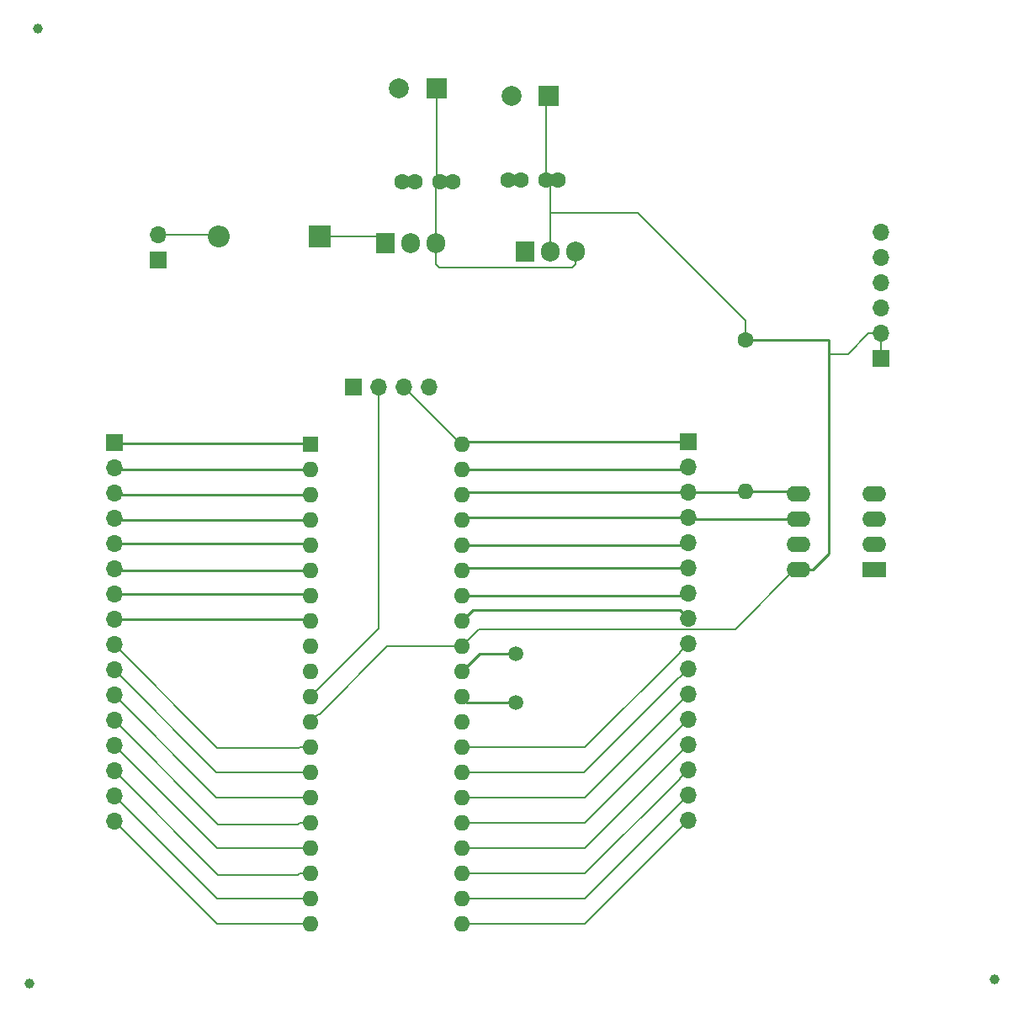
<source format=gbr>
G04 #@! TF.GenerationSoftware,KiCad,Pcbnew,(5.0.0-rc2-dev-444-g2974a2c10)*
G04 #@! TF.CreationDate,2018-07-07T21:15:36+02:00*
G04 #@! TF.ProjectId,propellor dev board,70726F70656C6C6F722064657620626F,rev?*
G04 #@! TF.SameCoordinates,Original*
G04 #@! TF.FileFunction,Copper,L1,Top,Signal*
G04 #@! TF.FilePolarity,Positive*
%FSLAX46Y46*%
G04 Gerber Fmt 4.6, Leading zero omitted, Abs format (unit mm)*
G04 Created by KiCad (PCBNEW (5.0.0-rc2-dev-444-g2974a2c10)) date 07/07/18 21:15:36*
%MOMM*%
%LPD*%
G01*
G04 APERTURE LIST*
%ADD10C,1.600000*%
%ADD11R,2.200000X2.200000*%
%ADD12O,2.200000X2.200000*%
%ADD13R,1.700000X1.700000*%
%ADD14O,1.700000X1.700000*%
%ADD15O,1.600000X1.600000*%
%ADD16O,1.905000X2.000000*%
%ADD17R,1.905000X2.000000*%
%ADD18R,2.400000X1.600000*%
%ADD19O,2.400000X1.600000*%
%ADD20R,1.600000X1.600000*%
%ADD21C,1.500000*%
%ADD22R,2.000000X2.000000*%
%ADD23C,2.000000*%
%ADD24C,1.000000*%
%ADD25C,0.250000*%
%ADD26C,0.200000*%
G04 APERTURE END LIST*
D10*
X141422440Y-44190920D03*
X143922440Y-44190920D03*
X140172440Y-44190920D03*
X145172440Y-44190920D03*
X155825200Y-43997880D03*
X150825200Y-43997880D03*
X154575200Y-43997880D03*
X152075200Y-43997880D03*
D11*
X131876800Y-49662080D03*
D12*
X121716800Y-49662080D03*
D13*
X115570000Y-52070000D03*
D14*
X115570000Y-49530000D03*
X111137700Y-108546900D03*
X111137700Y-106006900D03*
X111137700Y-103466900D03*
X111137700Y-100926900D03*
X111137700Y-98386900D03*
X111137700Y-95846900D03*
X111137700Y-93306900D03*
X111137700Y-90766900D03*
X111137700Y-88226900D03*
X111137700Y-85686900D03*
X111137700Y-83146900D03*
X111137700Y-80606900D03*
X111137700Y-78066900D03*
X111137700Y-75526900D03*
X111137700Y-72986900D03*
D13*
X111137700Y-70446900D03*
X168892220Y-70380860D03*
D14*
X168892220Y-72920860D03*
X168892220Y-75460860D03*
X168892220Y-78000860D03*
X168892220Y-80540860D03*
X168892220Y-83080860D03*
X168892220Y-85620860D03*
X168892220Y-88160860D03*
X168892220Y-90700860D03*
X168892220Y-93240860D03*
X168892220Y-95780860D03*
X168892220Y-98320860D03*
X168892220Y-100860860D03*
X168892220Y-103400860D03*
X168892220Y-105940860D03*
X168892220Y-108480860D03*
D10*
X174645320Y-60119260D03*
D15*
X174645320Y-75359260D03*
D13*
X135229600Y-64841120D03*
D14*
X137769600Y-64841120D03*
X140309600Y-64841120D03*
X142849600Y-64841120D03*
D16*
X143555720Y-50378360D03*
X141015720Y-50378360D03*
D17*
X138475720Y-50378360D03*
X152463500Y-51244500D03*
D16*
X155003500Y-51244500D03*
X157543500Y-51244500D03*
D18*
X187637420Y-83245960D03*
D19*
X180017420Y-75625960D03*
X187637420Y-80705960D03*
X180017420Y-78165960D03*
X187637420Y-78165960D03*
X180017420Y-80705960D03*
X187637420Y-75625960D03*
X180017420Y-83245960D03*
D20*
X130898900Y-70624700D03*
D15*
X146138900Y-118884700D03*
X130898900Y-73164700D03*
X146138900Y-116344700D03*
X130898900Y-75704700D03*
X146138900Y-113804700D03*
X130898900Y-78244700D03*
X146138900Y-111264700D03*
X130898900Y-80784700D03*
X146138900Y-108724700D03*
X130898900Y-83324700D03*
X146138900Y-106184700D03*
X130898900Y-85864700D03*
X146138900Y-103644700D03*
X130898900Y-88404700D03*
X146138900Y-101104700D03*
X130898900Y-90944700D03*
X146138900Y-98564700D03*
X130898900Y-93484700D03*
X146138900Y-96024700D03*
X130898900Y-96024700D03*
X146138900Y-93484700D03*
X130898900Y-98564700D03*
X146138900Y-90944700D03*
X130898900Y-101104700D03*
X146138900Y-88404700D03*
X130898900Y-103644700D03*
X146138900Y-85864700D03*
X130898900Y-106184700D03*
X146138900Y-83324700D03*
X130898900Y-108724700D03*
X146138900Y-80784700D03*
X130898900Y-111264700D03*
X146138900Y-78244700D03*
X130898900Y-113804700D03*
X146138900Y-75704700D03*
X130898900Y-116344700D03*
X146138900Y-73164700D03*
X130898900Y-118884700D03*
X146138900Y-70624700D03*
D21*
X151574500Y-96570800D03*
X151574500Y-91670800D03*
D22*
X143591280Y-34808160D03*
D23*
X139791280Y-34808160D03*
X151099360Y-35554920D03*
D22*
X154899360Y-35554920D03*
D13*
X188280000Y-61990000D03*
D14*
X188280000Y-59450000D03*
X188280000Y-56910000D03*
X188280000Y-54370000D03*
X188280000Y-51830000D03*
X188280000Y-49290000D03*
D24*
X103441500Y-28765500D03*
X102616000Y-124904500D03*
X199771000Y-124460000D03*
D25*
X130721100Y-70446900D02*
X130898900Y-70624700D01*
X111064040Y-70520560D02*
X130647440Y-70520560D01*
X111315500Y-73164700D02*
X111137700Y-72986900D01*
X130898900Y-73164700D02*
X111315500Y-73164700D01*
X111315500Y-75704700D02*
X111137700Y-75526900D01*
X130898900Y-75704700D02*
X111315500Y-75704700D01*
X111315500Y-78244700D02*
X111137700Y-78066900D01*
X130898900Y-78244700D02*
X111315500Y-78244700D01*
X147952800Y-91670800D02*
X151574500Y-91670800D01*
X146138900Y-93484700D02*
X147952800Y-91670800D01*
X146685000Y-96570800D02*
X146138900Y-96024700D01*
X151574500Y-96570800D02*
X146685000Y-96570800D01*
X130721100Y-88226900D02*
X130898900Y-88404700D01*
X111137700Y-88226900D02*
X130721100Y-88226900D01*
X130721100Y-85686900D02*
X130898900Y-85864700D01*
X111137700Y-85686900D02*
X130721100Y-85686900D01*
X111315500Y-83324700D02*
X111137700Y-83146900D01*
X130898900Y-83324700D02*
X111315500Y-83324700D01*
X130721100Y-80606900D02*
X130898900Y-80784700D01*
X111137700Y-80606900D02*
X130721100Y-80606900D01*
X146382740Y-70380860D02*
X146138900Y-70624700D01*
X168892220Y-70380860D02*
X146382740Y-70380860D01*
X168648380Y-73164700D02*
X168892220Y-72920860D01*
X146138900Y-73164700D02*
X168648380Y-73164700D01*
X146382740Y-75460860D02*
X146138900Y-75704700D01*
X168892220Y-75460860D02*
X146382740Y-75460860D01*
X174543720Y-75460860D02*
X174645320Y-75359260D01*
X168892220Y-75460860D02*
X174543720Y-75460860D01*
X179750720Y-75359260D02*
X180017420Y-75625960D01*
X174645320Y-75359260D02*
X179750720Y-75359260D01*
X169057320Y-78165960D02*
X168892220Y-78000860D01*
X180017420Y-78165960D02*
X169057320Y-78165960D01*
X183065420Y-60119260D02*
X174645320Y-60119260D01*
X180017420Y-83245960D02*
X181467420Y-83245960D01*
X181467420Y-83245960D02*
X183073040Y-81640340D01*
D26*
X146938899Y-90144701D02*
X146138900Y-90944700D01*
X147871139Y-89212461D02*
X146938899Y-90144701D01*
X179617420Y-83245960D02*
X173650919Y-89212461D01*
X173650919Y-89212461D02*
X147871139Y-89212461D01*
X180017420Y-83245960D02*
X179617420Y-83245960D01*
X131698899Y-97764701D02*
X131810659Y-97764701D01*
X130898900Y-98564700D02*
X131698899Y-97764701D01*
X138630660Y-90944700D02*
X146138900Y-90944700D01*
X131810659Y-97764701D02*
X138630660Y-90944700D01*
D25*
X146382740Y-78000860D02*
X146138900Y-78244700D01*
X168892220Y-78000860D02*
X146382740Y-78000860D01*
D26*
X137769600Y-89154000D02*
X137769600Y-64841120D01*
X130898900Y-96024700D02*
X137769600Y-89154000D01*
X121584720Y-49530000D02*
X121716800Y-49662080D01*
X115570000Y-49530000D02*
X121584720Y-49530000D01*
X111987699Y-109396899D02*
X111987699Y-109407059D01*
X111137700Y-108546900D02*
X111987699Y-109396899D01*
X121465340Y-118884700D02*
X130898900Y-118884700D01*
X111987699Y-109407059D02*
X121465340Y-118884700D01*
X111987699Y-106856899D02*
X111987699Y-106861979D01*
X111137700Y-106006900D02*
X111987699Y-106856899D01*
X121470420Y-116344700D02*
X130898900Y-116344700D01*
X111987699Y-106861979D02*
X121470420Y-116344700D01*
X129767530Y-113804700D02*
X129643070Y-113929160D01*
X130898900Y-113804700D02*
X129767530Y-113804700D01*
X121599960Y-113929160D02*
X111137700Y-103466900D01*
X129643070Y-113929160D02*
X121599960Y-113929160D01*
X129767530Y-111264700D02*
X129754830Y-111277400D01*
X130898900Y-111264700D02*
X129767530Y-111264700D01*
X121488200Y-111277400D02*
X111137700Y-100926900D01*
X129754830Y-111277400D02*
X121488200Y-111277400D01*
X129767530Y-108724700D02*
X129658310Y-108833920D01*
X130898900Y-108724700D02*
X129767530Y-108724700D01*
X121584720Y-108833920D02*
X111137700Y-98386900D01*
X129658310Y-108833920D02*
X121584720Y-108833920D01*
X129767530Y-106184700D02*
X129714190Y-106131360D01*
X130898900Y-106184700D02*
X129767530Y-106184700D01*
X121422160Y-106131360D02*
X111137700Y-95846900D01*
X129714190Y-106131360D02*
X121422160Y-106131360D01*
X129767530Y-103644700D02*
X129714190Y-103591360D01*
X130898900Y-103644700D02*
X129767530Y-103644700D01*
X121422160Y-103591360D02*
X111137700Y-93306900D01*
X129714190Y-103591360D02*
X121422160Y-103591360D01*
X129767530Y-101104700D02*
X129749750Y-101122480D01*
X130898900Y-101104700D02*
X129767530Y-101104700D01*
X121493280Y-101122480D02*
X111137700Y-90766900D01*
X129749750Y-101122480D02*
X121493280Y-101122480D01*
D25*
X168648380Y-80784700D02*
X168892220Y-80540860D01*
X146138900Y-80784700D02*
X168648380Y-80784700D01*
X146382740Y-83080860D02*
X146138900Y-83324700D01*
X168892220Y-83080860D02*
X146382740Y-83080860D01*
X168648380Y-85864700D02*
X168892220Y-85620860D01*
X146138900Y-85864700D02*
X168648380Y-85864700D01*
X146938899Y-87604701D02*
X146138900Y-88404700D01*
X168042221Y-87310861D02*
X147232739Y-87310861D01*
X147232739Y-87310861D02*
X146938899Y-87604701D01*
X168892220Y-88160860D02*
X168042221Y-87310861D01*
D26*
X168042221Y-91550859D02*
X168042221Y-91591499D01*
X168892220Y-90700860D02*
X168042221Y-91550859D01*
X158529020Y-101104700D02*
X146138900Y-101104700D01*
X168042221Y-91591499D02*
X158529020Y-101104700D01*
X168042221Y-94090859D02*
X167996501Y-94090859D01*
X168892220Y-93240860D02*
X168042221Y-94090859D01*
X158442660Y-103644700D02*
X146138900Y-103644700D01*
X167996501Y-94090859D02*
X158442660Y-103644700D01*
X158488380Y-106184700D02*
X146138900Y-106184700D01*
X168892220Y-95780860D02*
X158488380Y-106184700D01*
X168042221Y-99170859D02*
X168032061Y-99170859D01*
X168892220Y-98320860D02*
X168042221Y-99170859D01*
X158478220Y-108724700D02*
X146138900Y-108724700D01*
X168032061Y-99170859D02*
X158478220Y-108724700D01*
X168042221Y-101710859D02*
X168032061Y-101710859D01*
X168892220Y-100860860D02*
X168042221Y-101710859D01*
X158478220Y-111264700D02*
X146138900Y-111264700D01*
X168032061Y-101710859D02*
X158478220Y-111264700D01*
X168042221Y-104250859D02*
X168042221Y-104291499D01*
X168892220Y-103400860D02*
X168042221Y-104250859D01*
X158529020Y-113804700D02*
X146138900Y-113804700D01*
X168042221Y-104291499D02*
X158529020Y-113804700D01*
X158488380Y-116344700D02*
X146138900Y-116344700D01*
X168892220Y-105940860D02*
X158488380Y-116344700D01*
X158488380Y-118884700D02*
X146138900Y-118884700D01*
X168892220Y-108480860D02*
X158488380Y-118884700D01*
X137759440Y-49662080D02*
X138475720Y-50378360D01*
X131876800Y-49662080D02*
X137759440Y-49662080D01*
X143555720Y-44557640D02*
X143922440Y-44190920D01*
X143555720Y-50378360D02*
X143555720Y-44557640D01*
X143591280Y-43859760D02*
X143922440Y-44190920D01*
X143591280Y-34808160D02*
X143591280Y-43859760D01*
X157543500Y-52444500D02*
X157198000Y-52790000D01*
X157543500Y-51244500D02*
X157543500Y-52444500D01*
X147119860Y-52790000D02*
X147099860Y-52810000D01*
X157198000Y-52790000D02*
X147119860Y-52790000D01*
X147099860Y-52810000D02*
X143880000Y-52810000D01*
X143555720Y-52485720D02*
X143555720Y-50378360D01*
X143880000Y-52810000D02*
X143555720Y-52485720D01*
X143922440Y-44190920D02*
X145172440Y-44190920D01*
X154575200Y-35879080D02*
X154899360Y-35554920D01*
X154575200Y-43997880D02*
X154575200Y-35879080D01*
X155003500Y-44426180D02*
X154575200Y-43997880D01*
X155003500Y-51244500D02*
X155003500Y-47340000D01*
X155003500Y-47340000D02*
X163860000Y-47340000D01*
X155003500Y-47340000D02*
X155003500Y-44426180D01*
X174645320Y-58125320D02*
X174645320Y-60119260D01*
X163860000Y-47340000D02*
X174645320Y-58125320D01*
X188280000Y-60940000D02*
X188280000Y-59450000D01*
X188280000Y-61990000D02*
X188280000Y-60940000D01*
X185007919Y-61520000D02*
X183073040Y-61520000D01*
X187077919Y-59450000D02*
X185007919Y-61520000D01*
X188280000Y-59450000D02*
X187077919Y-59450000D01*
D25*
X183073040Y-81640340D02*
X183073040Y-61520000D01*
X183073040Y-61520000D02*
X183073040Y-60111640D01*
D26*
X154575200Y-43997880D02*
X155825200Y-43997880D01*
X146093180Y-70624700D02*
X146138900Y-70624700D01*
X140309600Y-64841120D02*
X146093180Y-70624700D01*
M02*

</source>
